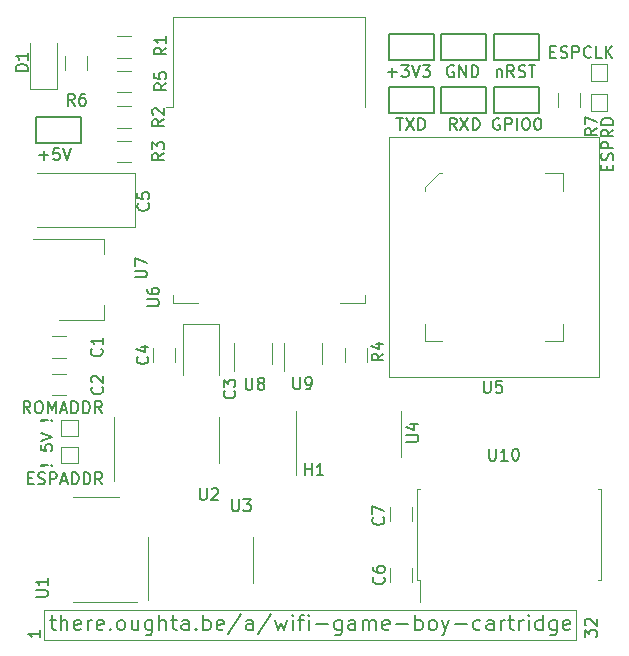
<source format=gbr>
G04 #@! TF.GenerationSoftware,KiCad,Pcbnew,5.1.5+dfsg1-2build2*
G04 #@! TF.CreationDate,2021-12-14T23:20:03+01:00*
G04 #@! TF.ProjectId,wifi-gb-cart,77696669-2d67-4622-9d63-6172742e6b69,rev?*
G04 #@! TF.SameCoordinates,Original*
G04 #@! TF.FileFunction,Legend,Top*
G04 #@! TF.FilePolarity,Positive*
%FSLAX46Y46*%
G04 Gerber Fmt 4.6, Leading zero omitted, Abs format (unit mm)*
G04 Created by KiCad (PCBNEW 5.1.5+dfsg1-2build2) date 2021-12-14 23:20:03*
%MOMM*%
%LPD*%
G04 APERTURE LIST*
%ADD10C,0.120000*%
%ADD11C,0.150000*%
G04 APERTURE END LIST*
D10*
X175260000Y-131445000D02*
X130175000Y-131445000D01*
X175260000Y-133985000D02*
X175260000Y-131445000D01*
X130175000Y-133985000D02*
X175260000Y-133985000D01*
X130175000Y-131445000D02*
X130175000Y-133985000D01*
D11*
X130811542Y-119201961D02*
X130859161Y-119154342D01*
X130906780Y-119201961D01*
X130859161Y-119249580D01*
X130811542Y-119201961D01*
X130906780Y-119201961D01*
X130525828Y-119201961D02*
X129954400Y-119249580D01*
X129906780Y-119201961D01*
X129954400Y-119154342D01*
X130525828Y-119201961D01*
X129906780Y-119201961D01*
X129906780Y-117487676D02*
X129906780Y-117963866D01*
X130382971Y-118011485D01*
X130335352Y-117963866D01*
X130287733Y-117868628D01*
X130287733Y-117630533D01*
X130335352Y-117535295D01*
X130382971Y-117487676D01*
X130478209Y-117440057D01*
X130716304Y-117440057D01*
X130811542Y-117487676D01*
X130859161Y-117535295D01*
X130906780Y-117630533D01*
X130906780Y-117868628D01*
X130859161Y-117963866D01*
X130811542Y-118011485D01*
X129906780Y-117154342D02*
X130906780Y-116821009D01*
X129906780Y-116487676D01*
X130811542Y-115392438D02*
X130859161Y-115344819D01*
X130906780Y-115392438D01*
X130859161Y-115440057D01*
X130811542Y-115392438D01*
X130906780Y-115392438D01*
X130525828Y-115392438D02*
X129954400Y-115440057D01*
X129906780Y-115392438D01*
X129954400Y-115344819D01*
X130525828Y-115392438D01*
X129906780Y-115392438D01*
X130681000Y-132309428D02*
X131176238Y-132309428D01*
X130866714Y-131876095D02*
X130866714Y-132990380D01*
X130928619Y-133114190D01*
X131052428Y-133176095D01*
X131176238Y-133176095D01*
X131609571Y-133176095D02*
X131609571Y-131876095D01*
X132166714Y-133176095D02*
X132166714Y-132495142D01*
X132104809Y-132371333D01*
X131981000Y-132309428D01*
X131795285Y-132309428D01*
X131671476Y-132371333D01*
X131609571Y-132433238D01*
X133281000Y-133114190D02*
X133157190Y-133176095D01*
X132909571Y-133176095D01*
X132785761Y-133114190D01*
X132723857Y-132990380D01*
X132723857Y-132495142D01*
X132785761Y-132371333D01*
X132909571Y-132309428D01*
X133157190Y-132309428D01*
X133281000Y-132371333D01*
X133342904Y-132495142D01*
X133342904Y-132618952D01*
X132723857Y-132742761D01*
X133900047Y-133176095D02*
X133900047Y-132309428D01*
X133900047Y-132557047D02*
X133961952Y-132433238D01*
X134023857Y-132371333D01*
X134147666Y-132309428D01*
X134271476Y-132309428D01*
X135200047Y-133114190D02*
X135076238Y-133176095D01*
X134828619Y-133176095D01*
X134704809Y-133114190D01*
X134642904Y-132990380D01*
X134642904Y-132495142D01*
X134704809Y-132371333D01*
X134828619Y-132309428D01*
X135076238Y-132309428D01*
X135200047Y-132371333D01*
X135261952Y-132495142D01*
X135261952Y-132618952D01*
X134642904Y-132742761D01*
X135819095Y-133052285D02*
X135881000Y-133114190D01*
X135819095Y-133176095D01*
X135757190Y-133114190D01*
X135819095Y-133052285D01*
X135819095Y-133176095D01*
X136623857Y-133176095D02*
X136500047Y-133114190D01*
X136438142Y-133052285D01*
X136376238Y-132928476D01*
X136376238Y-132557047D01*
X136438142Y-132433238D01*
X136500047Y-132371333D01*
X136623857Y-132309428D01*
X136809571Y-132309428D01*
X136933380Y-132371333D01*
X136995285Y-132433238D01*
X137057190Y-132557047D01*
X137057190Y-132928476D01*
X136995285Y-133052285D01*
X136933380Y-133114190D01*
X136809571Y-133176095D01*
X136623857Y-133176095D01*
X138171476Y-132309428D02*
X138171476Y-133176095D01*
X137614333Y-132309428D02*
X137614333Y-132990380D01*
X137676238Y-133114190D01*
X137800047Y-133176095D01*
X137985761Y-133176095D01*
X138109571Y-133114190D01*
X138171476Y-133052285D01*
X139347666Y-132309428D02*
X139347666Y-133361809D01*
X139285761Y-133485619D01*
X139223857Y-133547523D01*
X139100047Y-133609428D01*
X138914333Y-133609428D01*
X138790523Y-133547523D01*
X139347666Y-133114190D02*
X139223857Y-133176095D01*
X138976238Y-133176095D01*
X138852428Y-133114190D01*
X138790523Y-133052285D01*
X138728619Y-132928476D01*
X138728619Y-132557047D01*
X138790523Y-132433238D01*
X138852428Y-132371333D01*
X138976238Y-132309428D01*
X139223857Y-132309428D01*
X139347666Y-132371333D01*
X139966714Y-133176095D02*
X139966714Y-131876095D01*
X140523857Y-133176095D02*
X140523857Y-132495142D01*
X140461952Y-132371333D01*
X140338142Y-132309428D01*
X140152428Y-132309428D01*
X140028619Y-132371333D01*
X139966714Y-132433238D01*
X140957190Y-132309428D02*
X141452428Y-132309428D01*
X141142904Y-131876095D02*
X141142904Y-132990380D01*
X141204809Y-133114190D01*
X141328619Y-133176095D01*
X141452428Y-133176095D01*
X142442904Y-133176095D02*
X142442904Y-132495142D01*
X142381000Y-132371333D01*
X142257190Y-132309428D01*
X142009571Y-132309428D01*
X141885761Y-132371333D01*
X142442904Y-133114190D02*
X142319095Y-133176095D01*
X142009571Y-133176095D01*
X141885761Y-133114190D01*
X141823857Y-132990380D01*
X141823857Y-132866571D01*
X141885761Y-132742761D01*
X142009571Y-132680857D01*
X142319095Y-132680857D01*
X142442904Y-132618952D01*
X143061952Y-133052285D02*
X143123857Y-133114190D01*
X143061952Y-133176095D01*
X143000047Y-133114190D01*
X143061952Y-133052285D01*
X143061952Y-133176095D01*
X143681000Y-133176095D02*
X143681000Y-131876095D01*
X143681000Y-132371333D02*
X143804809Y-132309428D01*
X144052428Y-132309428D01*
X144176238Y-132371333D01*
X144238142Y-132433238D01*
X144300047Y-132557047D01*
X144300047Y-132928476D01*
X144238142Y-133052285D01*
X144176238Y-133114190D01*
X144052428Y-133176095D01*
X143804809Y-133176095D01*
X143681000Y-133114190D01*
X145352428Y-133114190D02*
X145228619Y-133176095D01*
X144981000Y-133176095D01*
X144857190Y-133114190D01*
X144795285Y-132990380D01*
X144795285Y-132495142D01*
X144857190Y-132371333D01*
X144981000Y-132309428D01*
X145228619Y-132309428D01*
X145352428Y-132371333D01*
X145414333Y-132495142D01*
X145414333Y-132618952D01*
X144795285Y-132742761D01*
X146900047Y-131814190D02*
X145785761Y-133485619D01*
X147890523Y-133176095D02*
X147890523Y-132495142D01*
X147828619Y-132371333D01*
X147704809Y-132309428D01*
X147457190Y-132309428D01*
X147333380Y-132371333D01*
X147890523Y-133114190D02*
X147766714Y-133176095D01*
X147457190Y-133176095D01*
X147333380Y-133114190D01*
X147271476Y-132990380D01*
X147271476Y-132866571D01*
X147333380Y-132742761D01*
X147457190Y-132680857D01*
X147766714Y-132680857D01*
X147890523Y-132618952D01*
X149438142Y-131814190D02*
X148323857Y-133485619D01*
X149747666Y-132309428D02*
X149995285Y-133176095D01*
X150242904Y-132557047D01*
X150490523Y-133176095D01*
X150738142Y-132309428D01*
X151233380Y-133176095D02*
X151233380Y-132309428D01*
X151233380Y-131876095D02*
X151171476Y-131938000D01*
X151233380Y-131999904D01*
X151295285Y-131938000D01*
X151233380Y-131876095D01*
X151233380Y-131999904D01*
X151666714Y-132309428D02*
X152161952Y-132309428D01*
X151852428Y-133176095D02*
X151852428Y-132061809D01*
X151914333Y-131938000D01*
X152038142Y-131876095D01*
X152161952Y-131876095D01*
X152595285Y-133176095D02*
X152595285Y-132309428D01*
X152595285Y-131876095D02*
X152533380Y-131938000D01*
X152595285Y-131999904D01*
X152657190Y-131938000D01*
X152595285Y-131876095D01*
X152595285Y-131999904D01*
X153214333Y-132680857D02*
X154204809Y-132680857D01*
X155381000Y-132309428D02*
X155381000Y-133361809D01*
X155319095Y-133485619D01*
X155257190Y-133547523D01*
X155133380Y-133609428D01*
X154947666Y-133609428D01*
X154823857Y-133547523D01*
X155381000Y-133114190D02*
X155257190Y-133176095D01*
X155009571Y-133176095D01*
X154885761Y-133114190D01*
X154823857Y-133052285D01*
X154761952Y-132928476D01*
X154761952Y-132557047D01*
X154823857Y-132433238D01*
X154885761Y-132371333D01*
X155009571Y-132309428D01*
X155257190Y-132309428D01*
X155381000Y-132371333D01*
X156557190Y-133176095D02*
X156557190Y-132495142D01*
X156495285Y-132371333D01*
X156371476Y-132309428D01*
X156123857Y-132309428D01*
X156000047Y-132371333D01*
X156557190Y-133114190D02*
X156433380Y-133176095D01*
X156123857Y-133176095D01*
X156000047Y-133114190D01*
X155938142Y-132990380D01*
X155938142Y-132866571D01*
X156000047Y-132742761D01*
X156123857Y-132680857D01*
X156433380Y-132680857D01*
X156557190Y-132618952D01*
X157176238Y-133176095D02*
X157176238Y-132309428D01*
X157176238Y-132433238D02*
X157238142Y-132371333D01*
X157361952Y-132309428D01*
X157547666Y-132309428D01*
X157671476Y-132371333D01*
X157733380Y-132495142D01*
X157733380Y-133176095D01*
X157733380Y-132495142D02*
X157795285Y-132371333D01*
X157919095Y-132309428D01*
X158104809Y-132309428D01*
X158228619Y-132371333D01*
X158290523Y-132495142D01*
X158290523Y-133176095D01*
X159404809Y-133114190D02*
X159281000Y-133176095D01*
X159033380Y-133176095D01*
X158909571Y-133114190D01*
X158847666Y-132990380D01*
X158847666Y-132495142D01*
X158909571Y-132371333D01*
X159033380Y-132309428D01*
X159281000Y-132309428D01*
X159404809Y-132371333D01*
X159466714Y-132495142D01*
X159466714Y-132618952D01*
X158847666Y-132742761D01*
X160023857Y-132680857D02*
X161014333Y-132680857D01*
X161633380Y-133176095D02*
X161633380Y-131876095D01*
X161633380Y-132371333D02*
X161757190Y-132309428D01*
X162004809Y-132309428D01*
X162128619Y-132371333D01*
X162190523Y-132433238D01*
X162252428Y-132557047D01*
X162252428Y-132928476D01*
X162190523Y-133052285D01*
X162128619Y-133114190D01*
X162004809Y-133176095D01*
X161757190Y-133176095D01*
X161633380Y-133114190D01*
X162995285Y-133176095D02*
X162871476Y-133114190D01*
X162809571Y-133052285D01*
X162747666Y-132928476D01*
X162747666Y-132557047D01*
X162809571Y-132433238D01*
X162871476Y-132371333D01*
X162995285Y-132309428D01*
X163181000Y-132309428D01*
X163304809Y-132371333D01*
X163366714Y-132433238D01*
X163428619Y-132557047D01*
X163428619Y-132928476D01*
X163366714Y-133052285D01*
X163304809Y-133114190D01*
X163181000Y-133176095D01*
X162995285Y-133176095D01*
X163861952Y-132309428D02*
X164171476Y-133176095D01*
X164481000Y-132309428D02*
X164171476Y-133176095D01*
X164047666Y-133485619D01*
X163985761Y-133547523D01*
X163861952Y-133609428D01*
X164976238Y-132680857D02*
X165966714Y-132680857D01*
X167142904Y-133114190D02*
X167019095Y-133176095D01*
X166771476Y-133176095D01*
X166647666Y-133114190D01*
X166585761Y-133052285D01*
X166523857Y-132928476D01*
X166523857Y-132557047D01*
X166585761Y-132433238D01*
X166647666Y-132371333D01*
X166771476Y-132309428D01*
X167019095Y-132309428D01*
X167142904Y-132371333D01*
X168257190Y-133176095D02*
X168257190Y-132495142D01*
X168195285Y-132371333D01*
X168071476Y-132309428D01*
X167823857Y-132309428D01*
X167700047Y-132371333D01*
X168257190Y-133114190D02*
X168133380Y-133176095D01*
X167823857Y-133176095D01*
X167700047Y-133114190D01*
X167638142Y-132990380D01*
X167638142Y-132866571D01*
X167700047Y-132742761D01*
X167823857Y-132680857D01*
X168133380Y-132680857D01*
X168257190Y-132618952D01*
X168876238Y-133176095D02*
X168876238Y-132309428D01*
X168876238Y-132557047D02*
X168938142Y-132433238D01*
X169000047Y-132371333D01*
X169123857Y-132309428D01*
X169247666Y-132309428D01*
X169495285Y-132309428D02*
X169990523Y-132309428D01*
X169681000Y-131876095D02*
X169681000Y-132990380D01*
X169742904Y-133114190D01*
X169866714Y-133176095D01*
X169990523Y-133176095D01*
X170423857Y-133176095D02*
X170423857Y-132309428D01*
X170423857Y-132557047D02*
X170485761Y-132433238D01*
X170547666Y-132371333D01*
X170671476Y-132309428D01*
X170795285Y-132309428D01*
X171228619Y-133176095D02*
X171228619Y-132309428D01*
X171228619Y-131876095D02*
X171166714Y-131938000D01*
X171228619Y-131999904D01*
X171290523Y-131938000D01*
X171228619Y-131876095D01*
X171228619Y-131999904D01*
X172404809Y-133176095D02*
X172404809Y-131876095D01*
X172404809Y-133114190D02*
X172281000Y-133176095D01*
X172033380Y-133176095D01*
X171909571Y-133114190D01*
X171847666Y-133052285D01*
X171785761Y-132928476D01*
X171785761Y-132557047D01*
X171847666Y-132433238D01*
X171909571Y-132371333D01*
X172033380Y-132309428D01*
X172281000Y-132309428D01*
X172404809Y-132371333D01*
X173581000Y-132309428D02*
X173581000Y-133361809D01*
X173519095Y-133485619D01*
X173457190Y-133547523D01*
X173333380Y-133609428D01*
X173147666Y-133609428D01*
X173023857Y-133547523D01*
X173581000Y-133114190D02*
X173457190Y-133176095D01*
X173209571Y-133176095D01*
X173085761Y-133114190D01*
X173023857Y-133052285D01*
X172961952Y-132928476D01*
X172961952Y-132557047D01*
X173023857Y-132433238D01*
X173085761Y-132371333D01*
X173209571Y-132309428D01*
X173457190Y-132309428D01*
X173581000Y-132371333D01*
X174695285Y-133114190D02*
X174571476Y-133176095D01*
X174323857Y-133176095D01*
X174200047Y-133114190D01*
X174138142Y-132990380D01*
X174138142Y-132495142D01*
X174200047Y-132371333D01*
X174323857Y-132309428D01*
X174571476Y-132309428D01*
X174695285Y-132371333D01*
X174757190Y-132495142D01*
X174757190Y-132618952D01*
X174138142Y-132742761D01*
D10*
X159385000Y-111760000D02*
X159385000Y-91440000D01*
X177165000Y-111760000D02*
X159385000Y-111760000D01*
X177165000Y-91440000D02*
X177165000Y-111760000D01*
X159385000Y-91440000D02*
X177165000Y-91440000D01*
X172645000Y-94505000D02*
X174100000Y-94505000D01*
X174100000Y-94505000D02*
X174100000Y-95960000D01*
X163905000Y-108695000D02*
X162450000Y-108695000D01*
X162450000Y-108695000D02*
X162450000Y-107240000D01*
X172645000Y-108695000D02*
X174100000Y-108695000D01*
X174100000Y-108695000D02*
X174100000Y-107240000D01*
X163905000Y-94505000D02*
X163622218Y-94505000D01*
X163622218Y-94505000D02*
X162450000Y-95677218D01*
X162450000Y-95677218D02*
X162450000Y-95960000D01*
D11*
X129545000Y-91905000D02*
X129545000Y-89705000D01*
X133345000Y-91905000D02*
X129545000Y-91905000D01*
X133345000Y-89705000D02*
X133345000Y-91905000D01*
X129545000Y-89705000D02*
X133345000Y-89705000D01*
D10*
X142000000Y-107220000D02*
X142000000Y-111605000D01*
X145020000Y-107220000D02*
X142000000Y-107220000D01*
X145020000Y-111605000D02*
X145020000Y-107220000D01*
X159491000Y-122714936D02*
X159491000Y-123919064D01*
X161311000Y-122714936D02*
X161311000Y-123919064D01*
X161311000Y-129126064D02*
X161311000Y-127921936D01*
X159491000Y-129126064D02*
X159491000Y-127921936D01*
X137858800Y-94488600D02*
X129623800Y-94488600D01*
X137858800Y-99008600D02*
X137858800Y-94488600D01*
X129623800Y-99008600D02*
X137858800Y-99008600D01*
X139425000Y-109252936D02*
X139425000Y-110457064D01*
X141245000Y-109252936D02*
X141245000Y-110457064D01*
X132008200Y-84527636D02*
X132008200Y-85731764D01*
X133828200Y-84527636D02*
X133828200Y-85731764D01*
X131310000Y-87375000D02*
X131310000Y-83490000D01*
X129040000Y-87375000D02*
X131310000Y-87375000D01*
X129040000Y-83490000D02*
X129040000Y-87375000D01*
X133034000Y-116778000D02*
X131634000Y-116778000D01*
X133034000Y-115378000D02*
X133034000Y-116778000D01*
X131634000Y-115378000D02*
X133034000Y-115378000D01*
X131634000Y-116778000D02*
X131634000Y-115378000D01*
X131634000Y-119064000D02*
X131634000Y-117664000D01*
X133034000Y-119064000D02*
X131634000Y-119064000D01*
X133034000Y-117664000D02*
X133034000Y-119064000D01*
X131634000Y-117664000D02*
X133034000Y-117664000D01*
X176465000Y-85279000D02*
X177865000Y-85279000D01*
X176465000Y-86679000D02*
X176465000Y-85279000D01*
X177865000Y-86679000D02*
X176465000Y-86679000D01*
X177865000Y-85279000D02*
X177865000Y-86679000D01*
X177865000Y-89219000D02*
X176465000Y-89219000D01*
X177865000Y-87819000D02*
X177865000Y-89219000D01*
X176465000Y-87819000D02*
X177865000Y-87819000D01*
X176465000Y-89219000D02*
X176465000Y-87819000D01*
X130842936Y-111485000D02*
X132047064Y-111485000D01*
X130842936Y-113305000D02*
X132047064Y-113305000D01*
X130842936Y-110130000D02*
X132047064Y-110130000D01*
X130842936Y-108310000D02*
X132047064Y-108310000D01*
X136340436Y-84730000D02*
X137544564Y-84730000D01*
X136340436Y-82910000D02*
X137544564Y-82910000D01*
X137558864Y-90622800D02*
X136354736Y-90622800D01*
X137558864Y-88802800D02*
X136354736Y-88802800D01*
X136354736Y-91723800D02*
X137558864Y-91723800D01*
X136354736Y-93543800D02*
X137558864Y-93543800D01*
X157501000Y-110457064D02*
X157501000Y-109252936D01*
X155681000Y-110457064D02*
X155681000Y-109252936D01*
X136329336Y-87651000D02*
X137533464Y-87651000D01*
X136329336Y-85831000D02*
X137533464Y-85831000D01*
X173715000Y-88867064D02*
X173715000Y-87662936D01*
X175535000Y-88867064D02*
X175535000Y-87662936D01*
D11*
X159390000Y-82720000D02*
X163190000Y-82720000D01*
X163190000Y-82720000D02*
X163190000Y-84920000D01*
X163190000Y-84920000D02*
X159390000Y-84920000D01*
X159390000Y-84920000D02*
X159390000Y-82720000D01*
X163835000Y-82720000D02*
X167635000Y-82720000D01*
X167635000Y-82720000D02*
X167635000Y-84920000D01*
X167635000Y-84920000D02*
X163835000Y-84920000D01*
X163835000Y-84920000D02*
X163835000Y-82720000D01*
X159390000Y-87165000D02*
X163190000Y-87165000D01*
X163190000Y-87165000D02*
X163190000Y-89365000D01*
X163190000Y-89365000D02*
X159390000Y-89365000D01*
X159390000Y-89365000D02*
X159390000Y-87165000D01*
X163835000Y-89365000D02*
X163835000Y-87165000D01*
X167635000Y-89365000D02*
X163835000Y-89365000D01*
X167635000Y-87165000D02*
X167635000Y-89365000D01*
X163835000Y-87165000D02*
X167635000Y-87165000D01*
X168280000Y-82720000D02*
X172080000Y-82720000D01*
X172080000Y-82720000D02*
X172080000Y-84920000D01*
X172080000Y-84920000D02*
X168280000Y-84920000D01*
X168280000Y-84920000D02*
X168280000Y-82720000D01*
X168280000Y-87165000D02*
X172080000Y-87165000D01*
X172080000Y-87165000D02*
X172080000Y-89365000D01*
X172080000Y-89365000D02*
X168280000Y-89365000D01*
X168280000Y-89365000D02*
X168280000Y-87165000D01*
D10*
X134620000Y-130800000D02*
X138070000Y-130800000D01*
X134620000Y-130800000D02*
X132670000Y-130800000D01*
X134620000Y-121930000D02*
X136570000Y-121930000D01*
X134620000Y-121930000D02*
X132670000Y-121930000D01*
X145024000Y-117094000D02*
X145024000Y-115144000D01*
X145024000Y-117094000D02*
X145024000Y-119044000D01*
X136154000Y-117094000D02*
X136154000Y-115144000D01*
X136154000Y-117094000D02*
X136154000Y-120544000D01*
X139011500Y-127215900D02*
X139011500Y-130665900D01*
X139011500Y-127215900D02*
X139011500Y-125265900D01*
X147881500Y-127215900D02*
X147881500Y-129165900D01*
X147881500Y-127215900D02*
X147881500Y-125265900D01*
X160391000Y-116586000D02*
X160391000Y-114636000D01*
X160391000Y-116586000D02*
X160391000Y-118536000D01*
X151521000Y-116586000D02*
X151521000Y-114636000D01*
X151521000Y-116586000D02*
X151521000Y-120036000D01*
X141105000Y-81225000D02*
X157345000Y-81225000D01*
X157345000Y-81225000D02*
X157345000Y-88845000D01*
X157345000Y-104845000D02*
X157345000Y-105465000D01*
X157345000Y-105465000D02*
X155225000Y-105465000D01*
X143225000Y-105465000D02*
X141105000Y-105465000D01*
X141105000Y-105465000D02*
X141105000Y-104845000D01*
X141105000Y-88845000D02*
X141105000Y-81225000D01*
X141105000Y-88845000D02*
X140495000Y-88845000D01*
X135260000Y-106915000D02*
X135260000Y-105655000D01*
X135260000Y-100095000D02*
X135260000Y-101355000D01*
X131500000Y-106915000D02*
X135260000Y-106915000D01*
X129250000Y-100095000D02*
X135260000Y-100095000D01*
X146294200Y-108828000D02*
X146294200Y-111278000D01*
X149514200Y-110628000D02*
X149514200Y-108828000D01*
X153756000Y-110628000D02*
X153756000Y-108828000D01*
X150536000Y-108828000D02*
X150536000Y-111278000D01*
X177355000Y-125095000D02*
X177355000Y-121235000D01*
X177355000Y-121235000D02*
X177090000Y-121235000D01*
X177355000Y-125095000D02*
X177355000Y-128955000D01*
X177355000Y-128955000D02*
X177090000Y-128955000D01*
X161735000Y-125095000D02*
X161735000Y-121235000D01*
X161735000Y-121235000D02*
X162000000Y-121235000D01*
X161735000Y-125095000D02*
X161735000Y-128955000D01*
X161735000Y-128955000D02*
X162000000Y-128955000D01*
X162000000Y-128955000D02*
X162000000Y-130770000D01*
D11*
X167436895Y-112075980D02*
X167436895Y-112885504D01*
X167484514Y-112980742D01*
X167532133Y-113028361D01*
X167627371Y-113075980D01*
X167817847Y-113075980D01*
X167913085Y-113028361D01*
X167960704Y-112980742D01*
X168008323Y-112885504D01*
X168008323Y-112075980D01*
X168960704Y-112075980D02*
X168484514Y-112075980D01*
X168436895Y-112552171D01*
X168484514Y-112504552D01*
X168579752Y-112456933D01*
X168817847Y-112456933D01*
X168913085Y-112504552D01*
X168960704Y-112552171D01*
X169008323Y-112647409D01*
X169008323Y-112885504D01*
X168960704Y-112980742D01*
X168913085Y-113028361D01*
X168817847Y-113075980D01*
X168579752Y-113075980D01*
X168484514Y-113028361D01*
X168436895Y-112980742D01*
X129778285Y-92984628D02*
X130540190Y-92984628D01*
X130159238Y-93365580D02*
X130159238Y-92603676D01*
X131492571Y-92365580D02*
X131016380Y-92365580D01*
X130968761Y-92841771D01*
X131016380Y-92794152D01*
X131111619Y-92746533D01*
X131349714Y-92746533D01*
X131444952Y-92794152D01*
X131492571Y-92841771D01*
X131540190Y-92937009D01*
X131540190Y-93175104D01*
X131492571Y-93270342D01*
X131444952Y-93317961D01*
X131349714Y-93365580D01*
X131111619Y-93365580D01*
X131016380Y-93317961D01*
X130968761Y-93270342D01*
X131825904Y-92365580D02*
X132159238Y-93365580D01*
X132492571Y-92365580D01*
X146305542Y-112917266D02*
X146353161Y-112964885D01*
X146400780Y-113107742D01*
X146400780Y-113202980D01*
X146353161Y-113345838D01*
X146257923Y-113441076D01*
X146162685Y-113488695D01*
X145972209Y-113536314D01*
X145829352Y-113536314D01*
X145638876Y-113488695D01*
X145543638Y-113441076D01*
X145448400Y-113345838D01*
X145400780Y-113202980D01*
X145400780Y-113107742D01*
X145448400Y-112964885D01*
X145496019Y-112917266D01*
X145400780Y-112583933D02*
X145400780Y-111964885D01*
X145781733Y-112298219D01*
X145781733Y-112155361D01*
X145829352Y-112060123D01*
X145876971Y-112012504D01*
X145972209Y-111964885D01*
X146210304Y-111964885D01*
X146305542Y-112012504D01*
X146353161Y-112060123D01*
X146400780Y-112155361D01*
X146400780Y-112441076D01*
X146353161Y-112536314D01*
X146305542Y-112583933D01*
X158903942Y-123636066D02*
X158951561Y-123683685D01*
X158999180Y-123826542D01*
X158999180Y-123921780D01*
X158951561Y-124064638D01*
X158856323Y-124159876D01*
X158761085Y-124207495D01*
X158570609Y-124255114D01*
X158427752Y-124255114D01*
X158237276Y-124207495D01*
X158142038Y-124159876D01*
X158046800Y-124064638D01*
X157999180Y-123921780D01*
X157999180Y-123826542D01*
X158046800Y-123683685D01*
X158094419Y-123636066D01*
X157999180Y-123302733D02*
X157999180Y-122636066D01*
X158999180Y-123064638D01*
X158938142Y-128690666D02*
X158985761Y-128738285D01*
X159033380Y-128881142D01*
X159033380Y-128976380D01*
X158985761Y-129119238D01*
X158890523Y-129214476D01*
X158795285Y-129262095D01*
X158604809Y-129309714D01*
X158461952Y-129309714D01*
X158271476Y-129262095D01*
X158176238Y-129214476D01*
X158081000Y-129119238D01*
X158033380Y-128976380D01*
X158033380Y-128881142D01*
X158081000Y-128738285D01*
X158128619Y-128690666D01*
X158033380Y-127833523D02*
X158033380Y-128024000D01*
X158081000Y-128119238D01*
X158128619Y-128166857D01*
X158271476Y-128262095D01*
X158461952Y-128309714D01*
X158842904Y-128309714D01*
X158938142Y-128262095D01*
X158985761Y-128214476D01*
X159033380Y-128119238D01*
X159033380Y-127928761D01*
X158985761Y-127833523D01*
X158938142Y-127785904D01*
X158842904Y-127738285D01*
X158604809Y-127738285D01*
X158509571Y-127785904D01*
X158461952Y-127833523D01*
X158414333Y-127928761D01*
X158414333Y-128119238D01*
X158461952Y-128214476D01*
X158509571Y-128262095D01*
X158604809Y-128309714D01*
X138990342Y-97042266D02*
X139037961Y-97089885D01*
X139085580Y-97232742D01*
X139085580Y-97327980D01*
X139037961Y-97470838D01*
X138942723Y-97566076D01*
X138847485Y-97613695D01*
X138657009Y-97661314D01*
X138514152Y-97661314D01*
X138323676Y-97613695D01*
X138228438Y-97566076D01*
X138133200Y-97470838D01*
X138085580Y-97327980D01*
X138085580Y-97232742D01*
X138133200Y-97089885D01*
X138180819Y-97042266D01*
X138085580Y-96137504D02*
X138085580Y-96613695D01*
X138561771Y-96661314D01*
X138514152Y-96613695D01*
X138466533Y-96518457D01*
X138466533Y-96280361D01*
X138514152Y-96185123D01*
X138561771Y-96137504D01*
X138657009Y-96089885D01*
X138895104Y-96089885D01*
X138990342Y-96137504D01*
X139037961Y-96185123D01*
X139085580Y-96280361D01*
X139085580Y-96518457D01*
X139037961Y-96613695D01*
X138990342Y-96661314D01*
X138939542Y-110021666D02*
X138987161Y-110069285D01*
X139034780Y-110212142D01*
X139034780Y-110307380D01*
X138987161Y-110450238D01*
X138891923Y-110545476D01*
X138796685Y-110593095D01*
X138606209Y-110640714D01*
X138463352Y-110640714D01*
X138272876Y-110593095D01*
X138177638Y-110545476D01*
X138082400Y-110450238D01*
X138034780Y-110307380D01*
X138034780Y-110212142D01*
X138082400Y-110069285D01*
X138130019Y-110021666D01*
X138368114Y-109164523D02*
X139034780Y-109164523D01*
X137987161Y-109402619D02*
X138701447Y-109640714D01*
X138701447Y-109021666D01*
X132776933Y-88768180D02*
X132443600Y-88291990D01*
X132205504Y-88768180D02*
X132205504Y-87768180D01*
X132586457Y-87768180D01*
X132681695Y-87815800D01*
X132729314Y-87863419D01*
X132776933Y-87958657D01*
X132776933Y-88101514D01*
X132729314Y-88196752D01*
X132681695Y-88244371D01*
X132586457Y-88291990D01*
X132205504Y-88291990D01*
X133634076Y-87768180D02*
X133443600Y-87768180D01*
X133348361Y-87815800D01*
X133300742Y-87863419D01*
X133205504Y-88006276D01*
X133157885Y-88196752D01*
X133157885Y-88577704D01*
X133205504Y-88672942D01*
X133253123Y-88720561D01*
X133348361Y-88768180D01*
X133538838Y-88768180D01*
X133634076Y-88720561D01*
X133681695Y-88672942D01*
X133729314Y-88577704D01*
X133729314Y-88339609D01*
X133681695Y-88244371D01*
X133634076Y-88196752D01*
X133538838Y-88149133D01*
X133348361Y-88149133D01*
X133253123Y-88196752D01*
X133205504Y-88244371D01*
X133157885Y-88339609D01*
X128807380Y-85828095D02*
X127807380Y-85828095D01*
X127807380Y-85590000D01*
X127855000Y-85447142D01*
X127950238Y-85351904D01*
X128045476Y-85304285D01*
X128235952Y-85256666D01*
X128378809Y-85256666D01*
X128569285Y-85304285D01*
X128664523Y-85351904D01*
X128759761Y-85447142D01*
X128807380Y-85590000D01*
X128807380Y-85828095D01*
X128807380Y-84304285D02*
X128807380Y-84875714D01*
X128807380Y-84590000D02*
X127807380Y-84590000D01*
X127950238Y-84685238D01*
X128045476Y-84780476D01*
X128093095Y-84875714D01*
X129035514Y-114803180D02*
X128702180Y-114326990D01*
X128464085Y-114803180D02*
X128464085Y-113803180D01*
X128845038Y-113803180D01*
X128940276Y-113850800D01*
X128987895Y-113898419D01*
X129035514Y-113993657D01*
X129035514Y-114136514D01*
X128987895Y-114231752D01*
X128940276Y-114279371D01*
X128845038Y-114326990D01*
X128464085Y-114326990D01*
X129654561Y-113803180D02*
X129845038Y-113803180D01*
X129940276Y-113850800D01*
X130035514Y-113946038D01*
X130083133Y-114136514D01*
X130083133Y-114469847D01*
X130035514Y-114660323D01*
X129940276Y-114755561D01*
X129845038Y-114803180D01*
X129654561Y-114803180D01*
X129559323Y-114755561D01*
X129464085Y-114660323D01*
X129416466Y-114469847D01*
X129416466Y-114136514D01*
X129464085Y-113946038D01*
X129559323Y-113850800D01*
X129654561Y-113803180D01*
X130511704Y-114803180D02*
X130511704Y-113803180D01*
X130845038Y-114517466D01*
X131178371Y-113803180D01*
X131178371Y-114803180D01*
X131606942Y-114517466D02*
X132083133Y-114517466D01*
X131511704Y-114803180D02*
X131845038Y-113803180D01*
X132178371Y-114803180D01*
X132511704Y-114803180D02*
X132511704Y-113803180D01*
X132749800Y-113803180D01*
X132892657Y-113850800D01*
X132987895Y-113946038D01*
X133035514Y-114041276D01*
X133083133Y-114231752D01*
X133083133Y-114374609D01*
X133035514Y-114565085D01*
X132987895Y-114660323D01*
X132892657Y-114755561D01*
X132749800Y-114803180D01*
X132511704Y-114803180D01*
X133511704Y-114803180D02*
X133511704Y-113803180D01*
X133749800Y-113803180D01*
X133892657Y-113850800D01*
X133987895Y-113946038D01*
X134035514Y-114041276D01*
X134083133Y-114231752D01*
X134083133Y-114374609D01*
X134035514Y-114565085D01*
X133987895Y-114660323D01*
X133892657Y-114755561D01*
X133749800Y-114803180D01*
X133511704Y-114803180D01*
X135083133Y-114803180D02*
X134749800Y-114326990D01*
X134511704Y-114803180D02*
X134511704Y-113803180D01*
X134892657Y-113803180D01*
X134987895Y-113850800D01*
X135035514Y-113898419D01*
X135083133Y-113993657D01*
X135083133Y-114136514D01*
X135035514Y-114231752D01*
X134987895Y-114279371D01*
X134892657Y-114326990D01*
X134511704Y-114326990D01*
X128833952Y-120299171D02*
X129167285Y-120299171D01*
X129310142Y-120822980D02*
X128833952Y-120822980D01*
X128833952Y-119822980D01*
X129310142Y-119822980D01*
X129691095Y-120775361D02*
X129833952Y-120822980D01*
X130072047Y-120822980D01*
X130167285Y-120775361D01*
X130214904Y-120727742D01*
X130262523Y-120632504D01*
X130262523Y-120537266D01*
X130214904Y-120442028D01*
X130167285Y-120394409D01*
X130072047Y-120346790D01*
X129881571Y-120299171D01*
X129786333Y-120251552D01*
X129738714Y-120203933D01*
X129691095Y-120108695D01*
X129691095Y-120013457D01*
X129738714Y-119918219D01*
X129786333Y-119870600D01*
X129881571Y-119822980D01*
X130119666Y-119822980D01*
X130262523Y-119870600D01*
X130691095Y-120822980D02*
X130691095Y-119822980D01*
X131072047Y-119822980D01*
X131167285Y-119870600D01*
X131214904Y-119918219D01*
X131262523Y-120013457D01*
X131262523Y-120156314D01*
X131214904Y-120251552D01*
X131167285Y-120299171D01*
X131072047Y-120346790D01*
X130691095Y-120346790D01*
X131643476Y-120537266D02*
X132119666Y-120537266D01*
X131548238Y-120822980D02*
X131881571Y-119822980D01*
X132214904Y-120822980D01*
X132548238Y-120822980D02*
X132548238Y-119822980D01*
X132786333Y-119822980D01*
X132929190Y-119870600D01*
X133024428Y-119965838D01*
X133072047Y-120061076D01*
X133119666Y-120251552D01*
X133119666Y-120394409D01*
X133072047Y-120584885D01*
X133024428Y-120680123D01*
X132929190Y-120775361D01*
X132786333Y-120822980D01*
X132548238Y-120822980D01*
X133548238Y-120822980D02*
X133548238Y-119822980D01*
X133786333Y-119822980D01*
X133929190Y-119870600D01*
X134024428Y-119965838D01*
X134072047Y-120061076D01*
X134119666Y-120251552D01*
X134119666Y-120394409D01*
X134072047Y-120584885D01*
X134024428Y-120680123D01*
X133929190Y-120775361D01*
X133786333Y-120822980D01*
X133548238Y-120822980D01*
X135119666Y-120822980D02*
X134786333Y-120346790D01*
X134548238Y-120822980D02*
X134548238Y-119822980D01*
X134929190Y-119822980D01*
X135024428Y-119870600D01*
X135072047Y-119918219D01*
X135119666Y-120013457D01*
X135119666Y-120156314D01*
X135072047Y-120251552D01*
X135024428Y-120299171D01*
X134929190Y-120346790D01*
X134548238Y-120346790D01*
X173071161Y-84205771D02*
X173404495Y-84205771D01*
X173547352Y-84729580D02*
X173071161Y-84729580D01*
X173071161Y-83729580D01*
X173547352Y-83729580D01*
X173928304Y-84681961D02*
X174071161Y-84729580D01*
X174309257Y-84729580D01*
X174404495Y-84681961D01*
X174452114Y-84634342D01*
X174499733Y-84539104D01*
X174499733Y-84443866D01*
X174452114Y-84348628D01*
X174404495Y-84301009D01*
X174309257Y-84253390D01*
X174118780Y-84205771D01*
X174023542Y-84158152D01*
X173975923Y-84110533D01*
X173928304Y-84015295D01*
X173928304Y-83920057D01*
X173975923Y-83824819D01*
X174023542Y-83777200D01*
X174118780Y-83729580D01*
X174356876Y-83729580D01*
X174499733Y-83777200D01*
X174928304Y-84729580D02*
X174928304Y-83729580D01*
X175309257Y-83729580D01*
X175404495Y-83777200D01*
X175452114Y-83824819D01*
X175499733Y-83920057D01*
X175499733Y-84062914D01*
X175452114Y-84158152D01*
X175404495Y-84205771D01*
X175309257Y-84253390D01*
X174928304Y-84253390D01*
X176499733Y-84634342D02*
X176452114Y-84681961D01*
X176309257Y-84729580D01*
X176214019Y-84729580D01*
X176071161Y-84681961D01*
X175975923Y-84586723D01*
X175928304Y-84491485D01*
X175880685Y-84301009D01*
X175880685Y-84158152D01*
X175928304Y-83967676D01*
X175975923Y-83872438D01*
X176071161Y-83777200D01*
X176214019Y-83729580D01*
X176309257Y-83729580D01*
X176452114Y-83777200D01*
X176499733Y-83824819D01*
X177404495Y-84729580D02*
X176928304Y-84729580D01*
X176928304Y-83729580D01*
X177737828Y-84729580D02*
X177737828Y-83729580D01*
X178309257Y-84729580D02*
X177880685Y-84158152D01*
X178309257Y-83729580D02*
X177737828Y-84301009D01*
X177855571Y-94240076D02*
X177855571Y-93906742D01*
X178379380Y-93763885D02*
X178379380Y-94240076D01*
X177379380Y-94240076D01*
X177379380Y-93763885D01*
X178331761Y-93382933D02*
X178379380Y-93240076D01*
X178379380Y-93001980D01*
X178331761Y-92906742D01*
X178284142Y-92859123D01*
X178188904Y-92811504D01*
X178093666Y-92811504D01*
X177998428Y-92859123D01*
X177950809Y-92906742D01*
X177903190Y-93001980D01*
X177855571Y-93192457D01*
X177807952Y-93287695D01*
X177760333Y-93335314D01*
X177665095Y-93382933D01*
X177569857Y-93382933D01*
X177474619Y-93335314D01*
X177427000Y-93287695D01*
X177379380Y-93192457D01*
X177379380Y-92954361D01*
X177427000Y-92811504D01*
X178379380Y-92382933D02*
X177379380Y-92382933D01*
X177379380Y-92001980D01*
X177427000Y-91906742D01*
X177474619Y-91859123D01*
X177569857Y-91811504D01*
X177712714Y-91811504D01*
X177807952Y-91859123D01*
X177855571Y-91906742D01*
X177903190Y-92001980D01*
X177903190Y-92382933D01*
X178379380Y-90811504D02*
X177903190Y-91144838D01*
X178379380Y-91382933D02*
X177379380Y-91382933D01*
X177379380Y-91001980D01*
X177427000Y-90906742D01*
X177474619Y-90859123D01*
X177569857Y-90811504D01*
X177712714Y-90811504D01*
X177807952Y-90859123D01*
X177855571Y-90906742D01*
X177903190Y-91001980D01*
X177903190Y-91382933D01*
X178379380Y-90382933D02*
X177379380Y-90382933D01*
X177379380Y-90144838D01*
X177427000Y-90001980D01*
X177522238Y-89906742D01*
X177617476Y-89859123D01*
X177807952Y-89811504D01*
X177950809Y-89811504D01*
X178141285Y-89859123D01*
X178236523Y-89906742D01*
X178331761Y-90001980D01*
X178379380Y-90144838D01*
X178379380Y-90382933D01*
X152273095Y-120057380D02*
X152273095Y-119057380D01*
X152273095Y-119533571D02*
X152844523Y-119533571D01*
X152844523Y-120057380D02*
X152844523Y-119057380D01*
X153844523Y-120057380D02*
X153273095Y-120057380D01*
X153558809Y-120057380D02*
X153558809Y-119057380D01*
X153463571Y-119200238D01*
X153368333Y-119295476D01*
X153273095Y-119343095D01*
X175982380Y-133778523D02*
X175982380Y-133159476D01*
X176363333Y-133492809D01*
X176363333Y-133349952D01*
X176410952Y-133254714D01*
X176458571Y-133207095D01*
X176553809Y-133159476D01*
X176791904Y-133159476D01*
X176887142Y-133207095D01*
X176934761Y-133254714D01*
X176982380Y-133349952D01*
X176982380Y-133635666D01*
X176934761Y-133730904D01*
X176887142Y-133778523D01*
X176077619Y-132778523D02*
X176030000Y-132730904D01*
X175982380Y-132635666D01*
X175982380Y-132397571D01*
X176030000Y-132302333D01*
X176077619Y-132254714D01*
X176172857Y-132207095D01*
X176268095Y-132207095D01*
X176410952Y-132254714D01*
X176982380Y-132826142D01*
X176982380Y-132207095D01*
X129865380Y-133191285D02*
X129865380Y-133762714D01*
X129865380Y-133477000D02*
X128865380Y-133477000D01*
X129008238Y-133572238D01*
X129103476Y-133667476D01*
X129151095Y-133762714D01*
X135053342Y-109361266D02*
X135100961Y-109408885D01*
X135148580Y-109551742D01*
X135148580Y-109646980D01*
X135100961Y-109789838D01*
X135005723Y-109885076D01*
X134910485Y-109932695D01*
X134720009Y-109980314D01*
X134577152Y-109980314D01*
X134386676Y-109932695D01*
X134291438Y-109885076D01*
X134196200Y-109789838D01*
X134148580Y-109646980D01*
X134148580Y-109551742D01*
X134196200Y-109408885D01*
X134243819Y-109361266D01*
X135148580Y-108408885D02*
X135148580Y-108980314D01*
X135148580Y-108694600D02*
X134148580Y-108694600D01*
X134291438Y-108789838D01*
X134386676Y-108885076D01*
X134434295Y-108980314D01*
X135104142Y-112587066D02*
X135151761Y-112634685D01*
X135199380Y-112777542D01*
X135199380Y-112872780D01*
X135151761Y-113015638D01*
X135056523Y-113110876D01*
X134961285Y-113158495D01*
X134770809Y-113206114D01*
X134627952Y-113206114D01*
X134437476Y-113158495D01*
X134342238Y-113110876D01*
X134247000Y-113015638D01*
X134199380Y-112872780D01*
X134199380Y-112777542D01*
X134247000Y-112634685D01*
X134294619Y-112587066D01*
X134294619Y-112206114D02*
X134247000Y-112158495D01*
X134199380Y-112063257D01*
X134199380Y-111825161D01*
X134247000Y-111729923D01*
X134294619Y-111682304D01*
X134389857Y-111634685D01*
X134485095Y-111634685D01*
X134627952Y-111682304D01*
X135199380Y-112253733D01*
X135199380Y-111634685D01*
X140533380Y-83859666D02*
X140057190Y-84193000D01*
X140533380Y-84431095D02*
X139533380Y-84431095D01*
X139533380Y-84050142D01*
X139581000Y-83954904D01*
X139628619Y-83907285D01*
X139723857Y-83859666D01*
X139866714Y-83859666D01*
X139961952Y-83907285D01*
X140009571Y-83954904D01*
X140057190Y-84050142D01*
X140057190Y-84431095D01*
X140533380Y-82907285D02*
X140533380Y-83478714D01*
X140533380Y-83193000D02*
X139533380Y-83193000D01*
X139676238Y-83288238D01*
X139771476Y-83383476D01*
X139819095Y-83478714D01*
X140355580Y-89930266D02*
X139879390Y-90263600D01*
X140355580Y-90501695D02*
X139355580Y-90501695D01*
X139355580Y-90120742D01*
X139403200Y-90025504D01*
X139450819Y-89977885D01*
X139546057Y-89930266D01*
X139688914Y-89930266D01*
X139784152Y-89977885D01*
X139831771Y-90025504D01*
X139879390Y-90120742D01*
X139879390Y-90501695D01*
X139450819Y-89549314D02*
X139403200Y-89501695D01*
X139355580Y-89406457D01*
X139355580Y-89168361D01*
X139403200Y-89073123D01*
X139450819Y-89025504D01*
X139546057Y-88977885D01*
X139641295Y-88977885D01*
X139784152Y-89025504D01*
X140355580Y-89596933D01*
X140355580Y-88977885D01*
X140355580Y-92800466D02*
X139879390Y-93133800D01*
X140355580Y-93371895D02*
X139355580Y-93371895D01*
X139355580Y-92990942D01*
X139403200Y-92895704D01*
X139450819Y-92848085D01*
X139546057Y-92800466D01*
X139688914Y-92800466D01*
X139784152Y-92848085D01*
X139831771Y-92895704D01*
X139879390Y-92990942D01*
X139879390Y-93371895D01*
X139355580Y-92467133D02*
X139355580Y-91848085D01*
X139736533Y-92181419D01*
X139736533Y-92038561D01*
X139784152Y-91943323D01*
X139831771Y-91895704D01*
X139927009Y-91848085D01*
X140165104Y-91848085D01*
X140260342Y-91895704D01*
X140307961Y-91943323D01*
X140355580Y-92038561D01*
X140355580Y-92324276D01*
X140307961Y-92419514D01*
X140260342Y-92467133D01*
X158922980Y-109767666D02*
X158446790Y-110101000D01*
X158922980Y-110339095D02*
X157922980Y-110339095D01*
X157922980Y-109958142D01*
X157970600Y-109862904D01*
X158018219Y-109815285D01*
X158113457Y-109767666D01*
X158256314Y-109767666D01*
X158351552Y-109815285D01*
X158399171Y-109862904D01*
X158446790Y-109958142D01*
X158446790Y-110339095D01*
X158256314Y-108910523D02*
X158922980Y-108910523D01*
X157875361Y-109148619D02*
X158589647Y-109386714D01*
X158589647Y-108767666D01*
X140533380Y-86882266D02*
X140057190Y-87215600D01*
X140533380Y-87453695D02*
X139533380Y-87453695D01*
X139533380Y-87072742D01*
X139581000Y-86977504D01*
X139628619Y-86929885D01*
X139723857Y-86882266D01*
X139866714Y-86882266D01*
X139961952Y-86929885D01*
X140009571Y-86977504D01*
X140057190Y-87072742D01*
X140057190Y-87453695D01*
X139533380Y-85977504D02*
X139533380Y-86453695D01*
X140009571Y-86501314D01*
X139961952Y-86453695D01*
X139914333Y-86358457D01*
X139914333Y-86120361D01*
X139961952Y-86025123D01*
X140009571Y-85977504D01*
X140104809Y-85929885D01*
X140342904Y-85929885D01*
X140438142Y-85977504D01*
X140485761Y-86025123D01*
X140533380Y-86120361D01*
X140533380Y-86358457D01*
X140485761Y-86453695D01*
X140438142Y-86501314D01*
X176982380Y-90692266D02*
X176506190Y-91025600D01*
X176982380Y-91263695D02*
X175982380Y-91263695D01*
X175982380Y-90882742D01*
X176030000Y-90787504D01*
X176077619Y-90739885D01*
X176172857Y-90692266D01*
X176315714Y-90692266D01*
X176410952Y-90739885D01*
X176458571Y-90787504D01*
X176506190Y-90882742D01*
X176506190Y-91263695D01*
X175982380Y-90358933D02*
X175982380Y-89692266D01*
X176982380Y-90120838D01*
X159299495Y-85948828D02*
X160061400Y-85948828D01*
X159680447Y-86329780D02*
X159680447Y-85567876D01*
X160442352Y-85329780D02*
X161061400Y-85329780D01*
X160728066Y-85710733D01*
X160870923Y-85710733D01*
X160966161Y-85758352D01*
X161013780Y-85805971D01*
X161061400Y-85901209D01*
X161061400Y-86139304D01*
X161013780Y-86234542D01*
X160966161Y-86282161D01*
X160870923Y-86329780D01*
X160585209Y-86329780D01*
X160489971Y-86282161D01*
X160442352Y-86234542D01*
X161347114Y-85329780D02*
X161680447Y-86329780D01*
X162013780Y-85329780D01*
X162251876Y-85329780D02*
X162870923Y-85329780D01*
X162537590Y-85710733D01*
X162680447Y-85710733D01*
X162775685Y-85758352D01*
X162823304Y-85805971D01*
X162870923Y-85901209D01*
X162870923Y-86139304D01*
X162823304Y-86234542D01*
X162775685Y-86282161D01*
X162680447Y-86329780D01*
X162394733Y-86329780D01*
X162299495Y-86282161D01*
X162251876Y-86234542D01*
X164871495Y-85402800D02*
X164776257Y-85355180D01*
X164633400Y-85355180D01*
X164490542Y-85402800D01*
X164395304Y-85498038D01*
X164347685Y-85593276D01*
X164300066Y-85783752D01*
X164300066Y-85926609D01*
X164347685Y-86117085D01*
X164395304Y-86212323D01*
X164490542Y-86307561D01*
X164633400Y-86355180D01*
X164728638Y-86355180D01*
X164871495Y-86307561D01*
X164919114Y-86259942D01*
X164919114Y-85926609D01*
X164728638Y-85926609D01*
X165347685Y-86355180D02*
X165347685Y-85355180D01*
X165919114Y-86355180D01*
X165919114Y-85355180D01*
X166395304Y-86355180D02*
X166395304Y-85355180D01*
X166633400Y-85355180D01*
X166776257Y-85402800D01*
X166871495Y-85498038D01*
X166919114Y-85593276D01*
X166966733Y-85783752D01*
X166966733Y-85926609D01*
X166919114Y-86117085D01*
X166871495Y-86212323D01*
X166776257Y-86307561D01*
X166633400Y-86355180D01*
X166395304Y-86355180D01*
X160028095Y-89825580D02*
X160599523Y-89825580D01*
X160313809Y-90825580D02*
X160313809Y-89825580D01*
X160837619Y-89825580D02*
X161504285Y-90825580D01*
X161504285Y-89825580D02*
X160837619Y-90825580D01*
X161885238Y-90825580D02*
X161885238Y-89825580D01*
X162123333Y-89825580D01*
X162266190Y-89873200D01*
X162361428Y-89968438D01*
X162409047Y-90063676D01*
X162456666Y-90254152D01*
X162456666Y-90397009D01*
X162409047Y-90587485D01*
X162361428Y-90682723D01*
X162266190Y-90777961D01*
X162123333Y-90825580D01*
X161885238Y-90825580D01*
X165119133Y-90825580D02*
X164785800Y-90349390D01*
X164547704Y-90825580D02*
X164547704Y-89825580D01*
X164928657Y-89825580D01*
X165023895Y-89873200D01*
X165071514Y-89920819D01*
X165119133Y-90016057D01*
X165119133Y-90158914D01*
X165071514Y-90254152D01*
X165023895Y-90301771D01*
X164928657Y-90349390D01*
X164547704Y-90349390D01*
X165452466Y-89825580D02*
X166119133Y-90825580D01*
X166119133Y-89825580D02*
X165452466Y-90825580D01*
X166500085Y-90825580D02*
X166500085Y-89825580D01*
X166738180Y-89825580D01*
X166881038Y-89873200D01*
X166976276Y-89968438D01*
X167023895Y-90063676D01*
X167071514Y-90254152D01*
X167071514Y-90397009D01*
X167023895Y-90587485D01*
X166976276Y-90682723D01*
X166881038Y-90777961D01*
X166738180Y-90825580D01*
X166500085Y-90825580D01*
X168506971Y-85688514D02*
X168506971Y-86355180D01*
X168506971Y-85783752D02*
X168554590Y-85736133D01*
X168649828Y-85688514D01*
X168792685Y-85688514D01*
X168887923Y-85736133D01*
X168935542Y-85831371D01*
X168935542Y-86355180D01*
X169983161Y-86355180D02*
X169649828Y-85878990D01*
X169411733Y-86355180D02*
X169411733Y-85355180D01*
X169792685Y-85355180D01*
X169887923Y-85402800D01*
X169935542Y-85450419D01*
X169983161Y-85545657D01*
X169983161Y-85688514D01*
X169935542Y-85783752D01*
X169887923Y-85831371D01*
X169792685Y-85878990D01*
X169411733Y-85878990D01*
X170364114Y-86307561D02*
X170506971Y-86355180D01*
X170745066Y-86355180D01*
X170840304Y-86307561D01*
X170887923Y-86259942D01*
X170935542Y-86164704D01*
X170935542Y-86069466D01*
X170887923Y-85974228D01*
X170840304Y-85926609D01*
X170745066Y-85878990D01*
X170554590Y-85831371D01*
X170459352Y-85783752D01*
X170411733Y-85736133D01*
X170364114Y-85640895D01*
X170364114Y-85545657D01*
X170411733Y-85450419D01*
X170459352Y-85402800D01*
X170554590Y-85355180D01*
X170792685Y-85355180D01*
X170935542Y-85402800D01*
X171221257Y-85355180D02*
X171792685Y-85355180D01*
X171506971Y-86355180D02*
X171506971Y-85355180D01*
X168754609Y-89873200D02*
X168659371Y-89825580D01*
X168516514Y-89825580D01*
X168373657Y-89873200D01*
X168278419Y-89968438D01*
X168230800Y-90063676D01*
X168183180Y-90254152D01*
X168183180Y-90397009D01*
X168230800Y-90587485D01*
X168278419Y-90682723D01*
X168373657Y-90777961D01*
X168516514Y-90825580D01*
X168611752Y-90825580D01*
X168754609Y-90777961D01*
X168802228Y-90730342D01*
X168802228Y-90397009D01*
X168611752Y-90397009D01*
X169230800Y-90825580D02*
X169230800Y-89825580D01*
X169611752Y-89825580D01*
X169706990Y-89873200D01*
X169754609Y-89920819D01*
X169802228Y-90016057D01*
X169802228Y-90158914D01*
X169754609Y-90254152D01*
X169706990Y-90301771D01*
X169611752Y-90349390D01*
X169230800Y-90349390D01*
X170230800Y-90825580D02*
X170230800Y-89825580D01*
X170897466Y-89825580D02*
X171087942Y-89825580D01*
X171183180Y-89873200D01*
X171278419Y-89968438D01*
X171326038Y-90158914D01*
X171326038Y-90492247D01*
X171278419Y-90682723D01*
X171183180Y-90777961D01*
X171087942Y-90825580D01*
X170897466Y-90825580D01*
X170802228Y-90777961D01*
X170706990Y-90682723D01*
X170659371Y-90492247D01*
X170659371Y-90158914D01*
X170706990Y-89968438D01*
X170802228Y-89873200D01*
X170897466Y-89825580D01*
X171945085Y-89825580D02*
X172040323Y-89825580D01*
X172135561Y-89873200D01*
X172183180Y-89920819D01*
X172230800Y-90016057D01*
X172278419Y-90206533D01*
X172278419Y-90444628D01*
X172230800Y-90635104D01*
X172183180Y-90730342D01*
X172135561Y-90777961D01*
X172040323Y-90825580D01*
X171945085Y-90825580D01*
X171849847Y-90777961D01*
X171802228Y-90730342D01*
X171754609Y-90635104D01*
X171706990Y-90444628D01*
X171706990Y-90206533D01*
X171754609Y-90016057D01*
X171802228Y-89920819D01*
X171849847Y-89873200D01*
X171945085Y-89825580D01*
X129500380Y-130352704D02*
X130309904Y-130352704D01*
X130405142Y-130305085D01*
X130452761Y-130257466D01*
X130500380Y-130162228D01*
X130500380Y-129971752D01*
X130452761Y-129876514D01*
X130405142Y-129828895D01*
X130309904Y-129781276D01*
X129500380Y-129781276D01*
X130500380Y-128781276D02*
X130500380Y-129352704D01*
X130500380Y-129066990D02*
X129500380Y-129066990D01*
X129643238Y-129162228D01*
X129738476Y-129257466D01*
X129786095Y-129352704D01*
X143383095Y-121143780D02*
X143383095Y-121953304D01*
X143430714Y-122048542D01*
X143478333Y-122096161D01*
X143573571Y-122143780D01*
X143764047Y-122143780D01*
X143859285Y-122096161D01*
X143906904Y-122048542D01*
X143954523Y-121953304D01*
X143954523Y-121143780D01*
X144383095Y-121239019D02*
X144430714Y-121191400D01*
X144525952Y-121143780D01*
X144764047Y-121143780D01*
X144859285Y-121191400D01*
X144906904Y-121239019D01*
X144954523Y-121334257D01*
X144954523Y-121429495D01*
X144906904Y-121572352D01*
X144335476Y-122143780D01*
X144954523Y-122143780D01*
X146126295Y-122108980D02*
X146126295Y-122918504D01*
X146173914Y-123013742D01*
X146221533Y-123061361D01*
X146316771Y-123108980D01*
X146507247Y-123108980D01*
X146602485Y-123061361D01*
X146650104Y-123013742D01*
X146697723Y-122918504D01*
X146697723Y-122108980D01*
X147078676Y-122108980D02*
X147697723Y-122108980D01*
X147364390Y-122489933D01*
X147507247Y-122489933D01*
X147602485Y-122537552D01*
X147650104Y-122585171D01*
X147697723Y-122680409D01*
X147697723Y-122918504D01*
X147650104Y-123013742D01*
X147602485Y-123061361D01*
X147507247Y-123108980D01*
X147221533Y-123108980D01*
X147126295Y-123061361D01*
X147078676Y-123013742D01*
X160869380Y-117220904D02*
X161678904Y-117220904D01*
X161774142Y-117173285D01*
X161821761Y-117125666D01*
X161869380Y-117030428D01*
X161869380Y-116839952D01*
X161821761Y-116744714D01*
X161774142Y-116697095D01*
X161678904Y-116649476D01*
X160869380Y-116649476D01*
X161202714Y-115744714D02*
X161869380Y-115744714D01*
X160821761Y-115982809D02*
X161536047Y-116220904D01*
X161536047Y-115601857D01*
X138923780Y-105740104D02*
X139733304Y-105740104D01*
X139828542Y-105692485D01*
X139876161Y-105644866D01*
X139923780Y-105549628D01*
X139923780Y-105359152D01*
X139876161Y-105263914D01*
X139828542Y-105216295D01*
X139733304Y-105168676D01*
X138923780Y-105168676D01*
X138923780Y-104263914D02*
X138923780Y-104454390D01*
X138971400Y-104549628D01*
X139019019Y-104597247D01*
X139161876Y-104692485D01*
X139352352Y-104740104D01*
X139733304Y-104740104D01*
X139828542Y-104692485D01*
X139876161Y-104644866D01*
X139923780Y-104549628D01*
X139923780Y-104359152D01*
X139876161Y-104263914D01*
X139828542Y-104216295D01*
X139733304Y-104168676D01*
X139495209Y-104168676D01*
X139399971Y-104216295D01*
X139352352Y-104263914D01*
X139304733Y-104359152D01*
X139304733Y-104549628D01*
X139352352Y-104644866D01*
X139399971Y-104692485D01*
X139495209Y-104740104D01*
X137882380Y-103301704D02*
X138691904Y-103301704D01*
X138787142Y-103254085D01*
X138834761Y-103206466D01*
X138882380Y-103111228D01*
X138882380Y-102920752D01*
X138834761Y-102825514D01*
X138787142Y-102777895D01*
X138691904Y-102730276D01*
X137882380Y-102730276D01*
X137882380Y-102349323D02*
X137882380Y-101682657D01*
X138882380Y-102111228D01*
X147269295Y-111821980D02*
X147269295Y-112631504D01*
X147316914Y-112726742D01*
X147364533Y-112774361D01*
X147459771Y-112821980D01*
X147650247Y-112821980D01*
X147745485Y-112774361D01*
X147793104Y-112726742D01*
X147840723Y-112631504D01*
X147840723Y-111821980D01*
X148459771Y-112250552D02*
X148364533Y-112202933D01*
X148316914Y-112155314D01*
X148269295Y-112060076D01*
X148269295Y-112012457D01*
X148316914Y-111917219D01*
X148364533Y-111869600D01*
X148459771Y-111821980D01*
X148650247Y-111821980D01*
X148745485Y-111869600D01*
X148793104Y-111917219D01*
X148840723Y-112012457D01*
X148840723Y-112060076D01*
X148793104Y-112155314D01*
X148745485Y-112202933D01*
X148650247Y-112250552D01*
X148459771Y-112250552D01*
X148364533Y-112298171D01*
X148316914Y-112345790D01*
X148269295Y-112441028D01*
X148269295Y-112631504D01*
X148316914Y-112726742D01*
X148364533Y-112774361D01*
X148459771Y-112821980D01*
X148650247Y-112821980D01*
X148745485Y-112774361D01*
X148793104Y-112726742D01*
X148840723Y-112631504D01*
X148840723Y-112441028D01*
X148793104Y-112345790D01*
X148745485Y-112298171D01*
X148650247Y-112250552D01*
X151307895Y-111771180D02*
X151307895Y-112580704D01*
X151355514Y-112675942D01*
X151403133Y-112723561D01*
X151498371Y-112771180D01*
X151688847Y-112771180D01*
X151784085Y-112723561D01*
X151831704Y-112675942D01*
X151879323Y-112580704D01*
X151879323Y-111771180D01*
X152403133Y-112771180D02*
X152593609Y-112771180D01*
X152688847Y-112723561D01*
X152736466Y-112675942D01*
X152831704Y-112533085D01*
X152879323Y-112342609D01*
X152879323Y-111961657D01*
X152831704Y-111866419D01*
X152784085Y-111818800D01*
X152688847Y-111771180D01*
X152498371Y-111771180D01*
X152403133Y-111818800D01*
X152355514Y-111866419D01*
X152307895Y-111961657D01*
X152307895Y-112199752D01*
X152355514Y-112294990D01*
X152403133Y-112342609D01*
X152498371Y-112390228D01*
X152688847Y-112390228D01*
X152784085Y-112342609D01*
X152831704Y-112294990D01*
X152879323Y-112199752D01*
X167875104Y-117816380D02*
X167875104Y-118625904D01*
X167922723Y-118721142D01*
X167970342Y-118768761D01*
X168065580Y-118816380D01*
X168256057Y-118816380D01*
X168351295Y-118768761D01*
X168398914Y-118721142D01*
X168446533Y-118625904D01*
X168446533Y-117816380D01*
X169446533Y-118816380D02*
X168875104Y-118816380D01*
X169160819Y-118816380D02*
X169160819Y-117816380D01*
X169065580Y-117959238D01*
X168970342Y-118054476D01*
X168875104Y-118102095D01*
X170065580Y-117816380D02*
X170160819Y-117816380D01*
X170256057Y-117864000D01*
X170303676Y-117911619D01*
X170351295Y-118006857D01*
X170398914Y-118197333D01*
X170398914Y-118435428D01*
X170351295Y-118625904D01*
X170303676Y-118721142D01*
X170256057Y-118768761D01*
X170160819Y-118816380D01*
X170065580Y-118816380D01*
X169970342Y-118768761D01*
X169922723Y-118721142D01*
X169875104Y-118625904D01*
X169827485Y-118435428D01*
X169827485Y-118197333D01*
X169875104Y-118006857D01*
X169922723Y-117911619D01*
X169970342Y-117864000D01*
X170065580Y-117816380D01*
M02*

</source>
